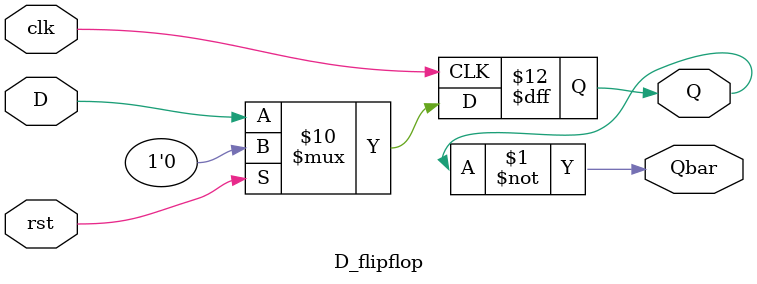
<source format=v>
`timescale 1ns / 1ps

module D_flipflop(D,Q,Qbar,clk,rst);
 input D;
 input clk,rst;
 output reg Q;
 output Qbar;
 assign Qbar = ~Q;
 
 always @(posedge clk)
 begin 
  if(rst) Q <= 0;
  else 
  begin 
   if(D==0 | D==1)  Q <= D;
   else  Q <= 1'bx;
     
  end 
 end 
endmodule


</source>
